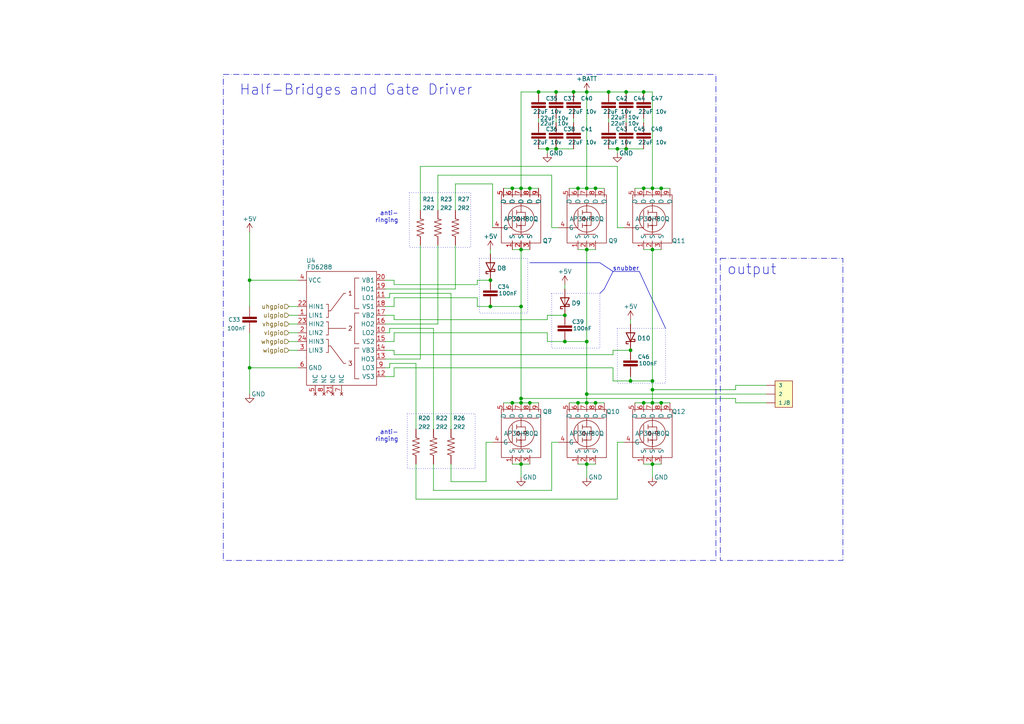
<source format=kicad_sch>
(kicad_sch (version 20231120) (generator "eeschema") (generator_version "8.0")
  (paper "A4")
  (lib_symbols
    (symbol "Device:D_Schottky" (pin_numbers hide) (pin_names (offset 1.016) hide)
      (property "Reference" "D" (at 0 2.54 0))
      (property "Value" "D_Schottky" (at 0 -2.54 0))
      (symbol "D_Schottky_0_1"
        (polyline (pts (xy 1.27 0) (xy -1.27 0)))
        (polyline (pts (xy 1.27 1.27) (xy 1.27 -1.27) (xy -1.27 0) (xy 1.27 1.27)) (stroke (width 0.254)))
        (polyline (pts (xy -1.905 0.635) (xy -1.905 1.27) (xy -1.27 1.27) (xy -1.27 -1.27) (xy -0.635 -1.27) (xy -0.635 -0.635)) (stroke (width 0.254)))
      )
      (symbol "D_Schottky_1_1"
        (pin passive line (at -3.81 0 0) (length 2.54) (name "K") (number "1"))
        (pin passive line (at 3.81 0 180) (length 2.54) (name "A") (number "2"))
      )
    )
    (symbol "motorgo_components:AP30H80Q"
      (property "Reference" "Q" (at -8.255 8.255 0))
      (symbol "AP30H80Q_0_1"
        (polyline (pts (xy -5.08 4.445) (xy 5.08 4.445)))
        (polyline (pts (xy -2.54 -4.445) (xy 2.54 -4.445)))
        (polyline (pts (xy -1.27 -1.27) (xy -1.27 -2.54)))
        (polyline (pts (xy -1.27 0.635) (xy -1.27 -0.635)))
        (polyline (pts (xy -1.27 2.54) (xy -1.27 1.27)))
        (polyline (pts (xy 0 -1.905) (xy 0 -4.445)))
        (polyline (pts (xy 0 1.905) (xy 0 4.445)))
        (polyline (pts (xy 0.635 0.635) (xy 1.905 0.635)))
        (polyline (pts (xy -0.635 0) (xy 0 0) (xy 0 -3.175)))
        (polyline (pts (xy 1.27 0.635) (xy 1.27 1.905) (xy 0 1.905)))
        (polyline (pts (xy -0.635 0.635) (xy -1.27 0) (xy -0.635 -0.635) (xy -0.635 0.635)))
        (polyline (pts (xy -5.715 -2.54) (xy -5.715 -2.54) (xy -5.715 -2.54) (xy -2.54 -2.54) (xy -2.54 2.54)))
        (polyline (pts (xy -0.635 -1.905) (xy 1.27 -1.905) (xy 1.27 0) (xy 0.635 0) (xy 1.27 0.635) (xy 1.905 0) (xy 1.27 0)))
        (circle (center 0 0) (radius 3.81))
      )
      (symbol "AP30H80Q_1_1"
        (rectangle (start -5.715 6.985) (end 5.715 -6.985))
        (polyline (pts (xy -1.27 -1.905) (xy 0 -1.905)))
        (polyline (pts (xy -1.27 1.905) (xy 0 1.905)))
        (pin input line (at -2.54 -8.89 90) (length 2.54) (name "S") (number "1"))
        (pin input line (at 0 -8.89 90) (length 2.54) (name "S") (number "2"))
        (pin input line (at 2.54 -8.89 90) (length 2.54) (name "S") (number "3"))
        (pin input line (at -8.255 -2.54 0) (length 2.54) (name "G") (number "4"))
        (pin input line (at -5.08 8.89 270) (length 2.54) (name "D") (number "5"))
        (pin input line (at -2.54 8.89 270) (length 2.54) (name "D") (number "6"))
        (pin input line (at 0 8.89 270) (length 2.54) (name "D") (number "7"))
        (pin input line (at 2.54 8.89 270) (length 2.54) (name "D") (number "8"))
        (pin input line (at 5.08 8.89 270) (length 2.54) (name "D") (number "9"))
      )
    )
    (symbol "motorgo_components:FD6288Q"
      (property "Reference" "U" (at -8.89 17.78 0))
      (symbol "FD6288Q_0_1"
        (rectangle (start -10.16 16.51) (end 10.16 -16.51))
        (polyline (pts (xy 5.08 -14.605) (xy 3.81 -14.605) (xy 3.81 -5.715) (xy 5.08 -5.715)))
        (polyline (pts (xy 5.08 -4.445) (xy 3.81 -4.445) (xy 3.81 4.445) (xy 5.08 4.445)))
        (polyline (pts (xy 5.08 5.715) (xy 3.81 5.715) (xy 3.81 14.605) (xy 5.08 14.605)))
      )
      (symbol "FD6288Q_1_1"
        (polyline (pts (xy -3.81 0) (xy 1.27 0)))
        (polyline (pts (xy -4.445 -6.985) (xy -3.81 -6.985) (xy -3.81 -3.175) (xy -4.445 -3.175)))
        (polyline (pts (xy -4.445 -1.905) (xy -3.81 -1.905) (xy -3.81 1.905) (xy -4.445 1.905)))
        (polyline (pts (xy -4.445 3.175) (xy -3.81 3.175) (xy -3.81 6.985) (xy -4.445 6.985)))
        (polyline (pts (xy -3.81 -5.08) (xy -3.175 -5.08) (xy 0.635 -10.16) (xy 1.27 -10.16)))
        (polyline (pts (xy -3.81 5.08) (xy -3.175 5.08) (xy 0.635 10.16) (xy 1.27 10.16)))
        (text "1" (at 2.54 10.16 0) (effects (font (size 1.27 1.27))))
        (text "2" (at 2.54 0 0) (effects (font (size 1.27 1.27))))
        (text "3" (at 2.54 -10.16 0) (effects (font (size 1.27 1.27))))
        (pin input line (at -12.7 3.81 0) (length 2.54) (name "LIN1") (number "1"))
        (pin output line (at 12.7 -1.27 180) (length 2.54) (name "LO2") (number "10"))
        (pin output line (at 12.7 8.89 180) (length 2.54) (name "LO1") (number "11"))
        (pin input line (at 12.7 -13.97 180) (length 2.54) (name "VS3") (number "12"))
        (pin output line (at 12.7 -8.89 180) (length 2.54) (name "HO3") (number "13"))
        (pin input line (at 12.7 -6.35 180) (length 2.54) (name "VB3") (number "14"))
        (pin input line (at 12.7 -3.81 180) (length 2.54) (name "VS2") (number "15"))
        (pin output line (at 12.7 1.27 180) (length 2.54) (name "HO2") (number "16"))
        (pin input line (at 12.7 3.81 180) (length 2.54) (name "VB2") (number "17"))
        (pin input line (at 12.7 6.35 180) (length 2.54) (name "VS1") (number "18"))
        (pin output line (at 12.7 11.43 180) (length 2.54) (name "HO1") (number "19"))
        (pin input line (at -12.7 -1.27 0) (length 2.54) (name "LIN2") (number "2"))
        (pin input line (at 12.7 13.97 180) (length 2.54) (name "VB1") (number "20"))
        (pin no_connect line (at -2.54 -19.05 90) (length 2.54) (name "NC") (number "21"))
        (pin input line (at -12.7 6.35 0) (length 2.54) (name "HIN1") (number "22"))
        (pin input line (at -12.7 1.27 0) (length 2.54) (name "HIN2") (number "23"))
        (pin input line (at -12.7 -3.81 0) (length 2.54) (name "HIN3") (number "24"))
        (pin input line (at -12.7 -6.35 0) (length 2.54) (name "LIN3") (number "3"))
        (pin power_in line (at -12.7 13.97 0) (length 2.54) (name "VCC") (number "4"))
        (pin no_connect line (at -7.62 -19.05 90) (length 2.54) (name "NC") (number "5"))
        (pin power_in line (at -12.7 -11.43 0) (length 2.54) (name "GND") (number "6"))
        (pin no_connect line (at 0 -19.05 90) (length 2.54) (name "NC") (number "7"))
        (pin no_connect line (at -5.08 -19.05 90) (length 2.54) (name "NC") (number "8"))
        (pin output line (at 12.7 -11.43 180) (length 2.54) (name "LO3") (number "9"))
      )
    )
    (symbol "power:+5V" (power) (pin_names (offset 0))
      (property "Value" "+5V" (at 0 3.556 0))
      (symbol "+5V_0_1"
        (polyline (pts (xy -0.762 1.27) (xy 0 2.54)))
        (polyline (pts (xy 0 0) (xy 0 2.54)))
        (polyline (pts (xy 0 2.54) (xy 0.762 1.27)))
      )
      (symbol "+5V_1_1"
        (pin power_in line (at 0 0 90) (length 0) hide (name "+5V") (number "1"))
      )
    )
    (symbol "power:+BATT" (power) (pin_names (offset 0))
      (property "Value" "+BATT" (at 0 3.556 0))
      (symbol "+BATT_0_1"
        (polyline (pts (xy -0.762 1.27) (xy 0 2.54)))
        (polyline (pts (xy 0 0) (xy 0 2.54)))
        (polyline (pts (xy 0 2.54) (xy 0.762 1.27)))
      )
      (symbol "+BATT_1_1"
        (pin power_in line (at 0 0 90) (length 0) hide (name "+BATT") (number "1"))
      )
    )
    (symbol "power:GND" (power) (pin_names (offset 0))
      (property "Value" "GND" (at 0 -3.81 0))
      (symbol "GND_0_1"
        (polyline (pts (xy 0 0) (xy 0 -1.27) (xy 1.27 -1.27) (xy 0 -2.54) (xy -1.27 -1.27) (xy 0 -1.27)))
      )
      (symbol "GND_1_1"
        (pin power_in line (at 0 0 270) (length 0) hide (name "GND") (number "1"))
      )
    )
    (symbol "sparkfun_capacitors:0.1UF-0402-16V-10%" (pin_numbers hide) (pin_names (offset 1.016) hide)
      (property "Reference" "C" (at 1.524 2.921 0))
      (property "Value" "0.1UF-0402-16V-10%" (at 1.524 -2.159 0))
      (property "Field4" "CAP-12416" (at 0 7.62 0))
      (symbol "0.1UF-0402-16V-10%_1_0"
        (polyline (pts (xy 0 0) (xy 0 0.508)))
        (polyline (pts (xy 0 2.54) (xy 0 2.032)))
      )
      (symbol "0.1UF-0402-16V-10%_1_1"
        (rectangle (start -2.032 0.508) (end 2.032 1.016) (fill (type outline)))
        (rectangle (start -2.032 1.524) (end 2.032 2.032) (fill (type outline)))
        (pin passive line (at 0 5.08 270) (length 2.54) (name "1") (number "1"))
        (pin passive line (at 0 -2.54 90) (length 2.54) (name "2") (number "2"))
      )
    )
    (symbol "sparkfun_connectors:CONN_03POLAR_LOCK" (pin_numbers hide) (pin_names (offset 1.016))
      (property "Reference" "J" (at -5.08 7.62 0))
      (property "Value" "CONN_03POLAR_LOCK" (at -5.08 -3.81 0))
      (property "Field4" "CONN-08625" (at 0 11.43 0))
      (symbol "CONN_03POLAR_LOCK_0_1"
        (rectangle (start -5.08 6.35) (end 0 -1.27) (fill (type background)))
      )
      (symbol "CONN_03POLAR_LOCK_1_1"
        (pin passive line (at 2.54 0 180) (length 2.54) (name "1") (number "1"))
        (pin passive line (at 2.54 2.54 180) (length 2.54) (name "2") (number "2"))
        (pin passive line (at 2.54 5.08 180) (length 2.54) (name "3") (number "3"))
      )
    )
    (symbol "sparkfun_resistors:RESISTOR0603" (pin_numbers hide) (pin_names (offset 1.016) hide)
      (property "Reference" "R" (at -5.08 1.27 0))
      (property "Value" "RESISTOR0603" (at -5.08 -3.81 0))
      (property "Field4" " " (at 0 5.08 0))
      (symbol "RESISTOR0603_1_0"
        (polyline (pts (xy -2.54 0) (xy -2.159 1.016)))
        (polyline (pts (xy -2.159 1.016) (xy -1.524 -1.016)))
        (polyline (pts (xy -1.524 -1.016) (xy -0.889 1.016)))
        (polyline (pts (xy -0.889 1.016) (xy -0.254 -1.016)))
        (polyline (pts (xy -0.254 -1.016) (xy 0.381 1.016)))
        (polyline (pts (xy 0.381 1.016) (xy 1.016 -1.016)))
        (polyline (pts (xy 1.016 -1.016) (xy 1.651 1.016)))
        (polyline (pts (xy 1.651 1.016) (xy 2.286 -1.016)))
        (polyline (pts (xy 2.286 -1.016) (xy 2.54 0)))
      )
      (symbol "RESISTOR0603_1_1"
        (pin passive line (at -5.08 0 0) (length 2.54) (name "1") (number "1"))
        (pin passive line (at 5.08 0 180) (length 2.54) (name "2") (number "2"))
      )
    )
  )
  (junction (at 72.39 81.28))
  (junction (at 163.83 91.44))
  (junction (at 186.69 116.84))
  (junction (at 166.37 26.67))
  (junction (at 156.21 26.67))
  (junction (at 151.13 54.61))
  (junction (at 189.23 134.62))
  (junction (at 151.13 88.9))
  (junction (at 167.64 54.61))
  (junction (at 172.72 116.84))
  (junction (at 186.69 26.67))
  (junction (at 172.72 54.61))
  (junction (at 182.88 101.6))
  (junction (at 186.69 54.61))
  (junction (at 72.39 106.68))
  (junction (at 189.23 116.84))
  (junction (at 163.83 99.06))
  (junction (at 158.75 43.18))
  (junction (at 153.67 54.61))
  (junction (at 176.53 26.67))
  (junction (at 170.18 54.61))
  (junction (at 170.18 72.39))
  (junction (at 167.64 116.84))
  (junction (at 181.61 43.18))
  (junction (at 151.13 72.39))
  (junction (at 170.18 26.67))
  (junction (at 170.18 99.06))
  (junction (at 170.18 114.3))
  (junction (at 189.23 72.39))
  (junction (at 181.61 26.67))
  (junction (at 189.23 110.49))
  (junction (at 170.18 134.62))
  (junction (at 182.88 110.49))
  (junction (at 153.67 116.84))
  (junction (at 189.23 54.61))
  (junction (at 161.29 43.18))
  (junction (at 191.77 116.84))
  (junction (at 191.77 54.61))
  (junction (at 148.59 116.84))
  (junction (at 151.13 134.62))
  (junction (at 142.24 81.28))
  (junction (at 179.07 43.18))
  (junction (at 189.23 113.03))
  (junction (at 151.13 116.84))
  (junction (at 148.59 54.61))
  (junction (at 142.24 88.9))
  (junction (at 161.29 26.67))
  (junction (at 170.18 116.84))
  (junction (at 151.13 115.57))
  (wire (pts (xy 114.3 82.55) (xy 114.3 81.28)))
  (wire (pts (xy 113.03 96.52) (xy 111.76 96.52)))
  (wire (pts (xy 132.08 53.34) (xy 142.875 53.34)))
  (wire (pts (xy 170.18 99.06) (xy 170.18 114.3)))
  (wire (pts (xy 167.64 134.62) (xy 170.18 134.62)))
  (wire (pts (xy 83.82 99.06) (xy 86.36 99.06)))
  (polyline (pts (xy 153.67 76.2) (xy 173.99 76.2)))
  (wire (pts (xy 114.3 109.22) (xy 114.3 106.68)))
  (wire (pts (xy 170.18 54.61) (xy 172.72 54.61)))
  (wire (pts (xy 121.92 60.96) (xy 121.92 48.26)))
  (wire (pts (xy 176.53 26.67) (xy 181.61 26.67)))
  (wire (pts (xy 191.77 116.84) (xy 194.31 116.84)))
  (wire (pts (xy 114.3 106.68) (xy 177.8 106.68)))
  (wire (pts (xy 213.36 111.76) (xy 222.25 111.76)))
  (wire (pts (xy 132.08 53.34) (xy 132.08 60.96)))
  (wire (pts (xy 179.07 144.78) (xy 120.65 144.78)))
  (wire (pts (xy 189.23 116.84) (xy 191.77 116.84)))
  (wire (pts (xy 170.18 114.3) (xy 170.18 116.84)))
  (wire (pts (xy 170.18 116.84) (xy 172.72 116.84)))
  (wire (pts (xy 189.23 113.03) (xy 213.36 113.03)))
  (wire (pts (xy 158.75 43.18) (xy 161.29 43.18)))
  (wire (pts (xy 153.67 54.61) (xy 156.21 54.61)))
  (wire (pts (xy 125.73 142.24) (xy 160.02 142.24)))
  (wire (pts (xy 113.03 95.25) (xy 125.73 95.25)))
  (wire (pts (xy 160.02 50.8) (xy 127 50.8)))
  (wire (pts (xy 181.61 34.29) (xy 181.61 35.56)))
  (wire (pts (xy 170.18 72.39) (xy 172.72 72.39)))
  (wire (pts (xy 72.39 96.52) (xy 72.39 106.68)))
  (wire (pts (xy 111.76 93.98) (xy 127 93.98)))
  (wire (pts (xy 166.37 26.67) (xy 170.18 26.67)))
  (wire (pts (xy 186.69 54.61) (xy 189.23 54.61)))
  (wire (pts (xy 158.75 92.71) (xy 158.75 91.44)))
  (wire (pts (xy 179.07 43.18) (xy 179.07 44.45)))
  (wire (pts (xy 83.82 91.44) (xy 86.36 91.44)))
  (wire (pts (xy 167.64 116.84) (xy 170.18 116.84)))
  (wire (pts (xy 114.3 82.55) (xy 138.43 82.55)))
  (wire (pts (xy 114.3 86.36) (xy 138.43 86.36)))
  (wire (pts (xy 130.81 139.7) (xy 130.81 134.62)))
  (wire (pts (xy 158.75 91.44) (xy 163.83 91.44)))
  (wire (pts (xy 113.03 86.36) (xy 111.76 86.36)))
  (wire (pts (xy 177.8 110.49) (xy 182.88 110.49)))
  (wire (pts (xy 186.69 116.84) (xy 189.23 116.84)))
  (wire (pts (xy 148.59 54.61) (xy 151.13 54.61)))
  (wire (pts (xy 182.88 110.49) (xy 189.23 110.49)))
  (wire (pts (xy 151.13 26.67) (xy 151.13 54.61)))
  (wire (pts (xy 111.76 83.82) (xy 132.08 83.82)))
  (wire (pts (xy 156.21 34.29) (xy 156.21 35.56)))
  (wire (pts (xy 179.07 48.26) (xy 179.07 66.04)))
  (wire (pts (xy 146.05 116.84) (xy 148.59 116.84)))
  (wire (pts (xy 151.13 26.67) (xy 156.21 26.67)))
  (wire (pts (xy 158.75 96.52) (xy 158.75 99.06)))
  (wire (pts (xy 151.13 116.84) (xy 153.67 116.84)))
  (wire (pts (xy 158.75 99.06) (xy 163.83 99.06)))
  (polyline (pts (xy 185.42 78.74) (xy 177.8 78.74)))
  (wire (pts (xy 186.69 72.39) (xy 189.23 72.39)))
  (wire (pts (xy 83.82 88.9) (xy 86.36 88.9)))
  (wire (pts (xy 114.3 81.28) (xy 111.76 81.28)))
  (wire (pts (xy 161.29 26.67) (xy 166.37 26.67)))
  (wire (pts (xy 163.83 82.55) (xy 163.83 83.82)))
  (wire (pts (xy 189.23 72.39) (xy 189.23 110.49)))
  (wire (pts (xy 213.36 116.84) (xy 213.36 115.57)))
  (wire (pts (xy 140.97 139.7) (xy 130.81 139.7)))
  (wire (pts (xy 153.67 116.84) (xy 156.21 116.84)))
  (wire (pts (xy 160.02 66.04) (xy 161.925 66.04)))
  (wire (pts (xy 177.8 102.87) (xy 177.8 101.6)))
  (wire (pts (xy 132.08 71.12) (xy 132.08 83.82)))
  (wire (pts (xy 148.59 72.39) (xy 151.13 72.39)))
  (wire (pts (xy 138.43 81.28) (xy 142.24 81.28)))
  (wire (pts (xy 86.36 81.28) (xy 72.39 81.28)))
  (wire (pts (xy 160.02 128.27) (xy 161.925 128.27)))
  (wire (pts (xy 161.29 34.29) (xy 161.29 35.56)))
  (wire (pts (xy 72.39 106.68) (xy 72.39 114.3)))
  (wire (pts (xy 83.82 96.52) (xy 86.36 96.52)))
  (wire (pts (xy 111.76 109.22) (xy 114.3 109.22)))
  (wire (pts (xy 160.02 128.27) (xy 160.02 142.24)))
  (wire (pts (xy 161.29 26.67) (xy 156.21 26.67)))
  (polyline (pts (xy 175.26 83.82) (xy 173.99 85.09)))
  (wire (pts (xy 151.13 134.62) (xy 153.67 134.62)))
  (wire (pts (xy 151.13 88.9) (xy 151.13 115.57)))
  (wire (pts (xy 121.92 104.14) (xy 121.92 71.12)))
  (wire (pts (xy 158.75 43.18) (xy 158.75 44.45)))
  (wire (pts (xy 189.23 134.62) (xy 189.23 138.43)))
  (wire (pts (xy 213.36 113.03) (xy 213.36 111.76)))
  (wire (pts (xy 191.77 54.61) (xy 194.31 54.61)))
  (wire (pts (xy 151.13 134.62) (xy 151.13 138.43)))
  (wire (pts (xy 114.3 88.9) (xy 111.76 88.9)))
  (wire (pts (xy 179.07 66.04) (xy 180.975 66.04)))
  (wire (pts (xy 142.24 72.39) (xy 142.24 73.66)))
  (wire (pts (xy 166.37 34.29) (xy 166.37 35.56)))
  (wire (pts (xy 140.97 128.27) (xy 142.875 128.27)))
  (wire (pts (xy 72.39 106.68) (xy 86.36 106.68)))
  (wire (pts (xy 127 50.8) (xy 127 60.96)))
  (wire (pts (xy 189.23 113.03) (xy 189.23 116.84)))
  (wire (pts (xy 172.72 116.84) (xy 175.26 116.84)))
  (wire (pts (xy 165.1 116.84) (xy 167.64 116.84)))
  (wire (pts (xy 182.88 109.22) (xy 182.88 110.49)))
  (wire (pts (xy 189.23 134.62) (xy 191.77 134.62)))
  (wire (pts (xy 179.07 128.27) (xy 179.07 144.78)))
  (wire (pts (xy 170.18 26.67) (xy 176.53 26.67)))
  (wire (pts (xy 114.3 92.71) (xy 158.75 92.71)))
  (wire (pts (xy 186.69 34.29) (xy 186.69 35.56)))
  (wire (pts (xy 160.02 50.8) (xy 160.02 66.04)))
  (wire (pts (xy 181.61 26.67) (xy 186.69 26.67)))
  (wire (pts (xy 72.39 81.28) (xy 72.39 67.31)))
  (wire (pts (xy 189.23 110.49) (xy 189.23 113.03)))
  (wire (pts (xy 181.61 43.18) (xy 186.69 43.18)))
  (wire (pts (xy 111.76 99.06) (xy 114.3 99.06)))
  (wire (pts (xy 189.23 26.67) (xy 186.69 26.67)))
  (wire (pts (xy 179.07 128.27) (xy 180.975 128.27)))
  (wire (pts (xy 184.15 116.84) (xy 186.69 116.84)))
  (wire (pts (xy 130.81 124.46) (xy 130.81 85.09)))
  (wire (pts (xy 111.76 101.6) (xy 114.3 101.6)))
  (wire (pts (xy 113.03 105.41) (xy 113.03 106.68)))
  (wire (pts (xy 151.13 115.57) (xy 213.36 115.57)))
  (wire (pts (xy 176.53 34.29) (xy 176.53 35.56)))
  (wire (pts (xy 138.43 88.9) (xy 142.24 88.9)))
  (wire (pts (xy 170.18 72.39) (xy 170.18 99.06)))
  (wire (pts (xy 114.3 86.36) (xy 114.3 88.9)))
  (wire (pts (xy 83.82 93.98) (xy 86.36 93.98)))
  (polyline (pts (xy 173.99 76.2) (xy 177.8 78.74)))
  (wire (pts (xy 163.83 99.06) (xy 170.18 99.06)))
  (wire (pts (xy 120.65 105.41) (xy 113.03 105.41)))
  (wire (pts (xy 114.3 96.52) (xy 158.75 96.52)))
  (wire (pts (xy 111.76 104.14) (xy 121.92 104.14)))
  (wire (pts (xy 120.65 124.46) (xy 120.65 105.41)))
  (wire (pts (xy 148.59 134.62) (xy 151.13 134.62)))
  (wire (pts (xy 151.13 72.39) (xy 153.67 72.39)))
  (wire (pts (xy 130.81 85.09) (xy 113.03 85.09)))
  (wire (pts (xy 111.76 91.44) (xy 114.3 91.44)))
  (wire (pts (xy 111.76 106.68) (xy 113.03 106.68)))
  (wire (pts (xy 114.3 101.6) (xy 114.3 102.87)))
  (wire (pts (xy 167.64 54.61) (xy 170.18 54.61)))
  (wire (pts (xy 167.64 72.39) (xy 170.18 72.39)))
  (wire (pts (xy 189.23 54.61) (xy 191.77 54.61)))
  (wire (pts (xy 140.97 128.27) (xy 140.97 139.7)))
  (wire (pts (xy 186.69 134.62) (xy 189.23 134.62)))
  (wire (pts (xy 184.15 54.61) (xy 186.69 54.61)))
  (wire (pts (xy 176.53 43.18) (xy 179.07 43.18)))
  (wire (pts (xy 120.65 144.78) (xy 120.65 134.62)))
  (wire (pts (xy 113.03 95.25) (xy 113.03 96.52)))
  (wire (pts (xy 114.3 91.44) (xy 114.3 92.71)))
  (wire (pts (xy 125.73 95.25) (xy 125.73 124.46)))
  (wire (pts (xy 182.88 92.71) (xy 182.88 93.98)))
  (wire (pts (xy 151.13 115.57) (xy 151.13 116.84)))
  (polyline (pts (xy 175.26 83.82) (xy 177.8 78.74)))
  (wire (pts (xy 146.05 54.61) (xy 148.59 54.61)))
  (wire (pts (xy 148.59 116.84) (xy 151.13 116.84)))
  (wire (pts (xy 114.3 102.87) (xy 177.8 102.87)))
  (wire (pts (xy 165.1 54.61) (xy 167.64 54.61)))
  (wire (pts (xy 177.8 101.6) (xy 182.88 101.6)))
  (wire (pts (xy 170.18 26.67) (xy 170.18 54.61)))
  (wire (pts (xy 170.18 114.3) (xy 222.25 114.3)))
  (wire (pts (xy 83.82 101.6) (xy 86.36 101.6)))
  (wire (pts (xy 161.29 43.18) (xy 166.37 43.18)))
  (wire (pts (xy 156.21 43.18) (xy 158.75 43.18)))
  (wire (pts (xy 125.73 134.62) (xy 125.73 142.24)))
  (polyline (pts (xy 193.04 95.25) (xy 185.42 78.74)))
  (wire (pts (xy 189.23 26.67) (xy 189.23 54.61)))
  (wire (pts (xy 170.18 134.62) (xy 172.72 134.62)))
  (wire (pts (xy 114.3 99.06) (xy 114.3 96.52)))
  (wire (pts (xy 189.23 72.39) (xy 191.77 72.39)))
  (wire (pts (xy 138.43 82.55) (xy 138.43 81.28)))
  (wire (pts (xy 151.13 54.61) (xy 153.67 54.61)))
  (wire (pts (xy 179.07 43.18) (xy 181.61 43.18)))
  (wire (pts (xy 72.39 81.28) (xy 72.39 88.9)))
  (wire (pts (xy 213.36 116.84) (xy 222.25 116.84)))
  (wire (pts (xy 113.03 85.09) (xy 113.03 86.36)))
  (wire (pts (xy 142.875 53.34) (xy 142.875 66.04)))
  (wire (pts (xy 177.8 106.68) (xy 177.8 110.49)))
  (wire (pts (xy 121.92 48.26) (xy 179.07 48.26)))
  (wire (pts (xy 151.13 72.39) (xy 151.13 88.9)))
  (wire (pts (xy 172.72 54.61) (xy 175.26 54.61)))
  (wire (pts (xy 170.18 134.62) (xy 170.18 138.43)))
  (wire (pts (xy 138.43 86.36) (xy 138.43 88.9)))
  (wire (pts (xy 127 71.12) (xy 127 93.98)))
  (wire (pts (xy 142.24 88.9) (xy 151.13 88.9)))
  (rectangle (start 208.915 74.93) (end 244.475 162.56) (stroke (width 0) (type dash_dot)))
  (rectangle (start 118.745 55.88) (end 136.525 71.755) (stroke (width 0) (type dot)))
  (rectangle (start 160.02 85.09) (end 173.99 100.965) (stroke (width 0) (type dot)))
  (rectangle (start 64.77 21.59) (end 207.645 162.56) (stroke (width 0) (type dash_dot)))
  (rectangle (start 139.065 74.93) (end 153.035 90.805) (stroke (width 0) (type dot)))
  (rectangle (start 179.07 95.25) (end 193.04 111.125) (stroke (width 0) (type dot)))
  (rectangle (start 118.11 120.015) (end 137.795 135.89) (stroke (width 0) (type dot)))
  (text "output" (at 210.82 80.01 0) (effects (font (size 3 3)) (justify left bottom)))
  (text "anti-\nringing" (at 115.57 128.27 0) (effects (font (size 1.27 1.27)) (justify right bottom)))
  (text "Half-Bridges and Gate Driver\n" (at 137.16 27.94 0) (effects (font (size 3 3)) (justify right bottom)))
  (text "anti-\nringing" (at 115.57 64.77 0) (effects (font (size 1.27 1.27)) (justify right bottom)))
  (text "snubber\n" (at 185.42 78.74 0) (effects (font (size 1.27 1.27)) (justify right bottom)))
  (hierarchical_label "ulgpio" (shape input) (at 83.82 91.44 180))
  (hierarchical_label "vhgpio" (shape input) (at 83.82 93.98 180))
  (hierarchical_label "uhgpio" (shape input) (at 83.82 88.9 180))
  (hierarchical_label "vlgpio" (shape input) (at 83.82 96.52 180))
  (hierarchical_label "wlgpio" (shape input) (at 83.82 101.6 180))
  (hierarchical_label "whgpio" (shape input) (at 83.82 99.06 180))
  (symbol (lib_id "sparkfun_connectors:CONN_03POLAR_LOCK") (at 224.79 116.84 0) (mirror y) (unit 1)
    (property "Reference" "J8" (at 227.0731 116.814 0) (effects (font (size 1.143 1.143)) (justify right)))
    (property "Value" "DNP" (effects (hide yes)))
    (property "Footprint" "alex_awesome_lib:3 phase motor" (effects (hide yes)))
    (property "Field4" "CONN-08625" (effects (hide yes)))
    (property "LCSC_Part_Number" "-" (effects (hide yes)))
    (instances (project "motorgo_core" (path "" (reference "J8") (unit 1)) (path "" (reference "J6") (unit 1))))
  )
  (symbol (lib_id "motorgo_components:AP30H80Q") (at 170.18 125.73 0) (unit 1)
    (property "Reference" "Q10" (at 177.8 119.38 0))
    (property "Value" "AP30H80Q" (at 170.18 125.73 0))
    (property "Footprint" "easyeda:AP30H80Q_DFN-8" (effects (hide yes)))
    (property "Datasheet" "https://datasheet.lcsc.com/lcsc/2105241819_ALLPOWER-ShenZhen-Quan-Li-Semiconductor-AP30H80Q_C2828592.pdf" (effects (hide yes)))
    (property "LCSC_Part_Number" "C2828592" (effects (hide yes)))
    (instances (project "motorgo_core" (path "" (reference "Q10") (unit 1)) (path "" (reference "Q4") (unit 1))))
  )
  (symbol (lib_id "sparkfun_resistors:RESISTOR0603") (at 130.81 129.54 90) (unit 1)
    (property "Reference" "R26" (at 131.445 121.285 90) (effects (font (size 1.143 1.143)) (justify right)))
    (property "Value" "2R2" (at 131.445 123.825 90) (effects (font (size 1.143 1.143)) (justify right)))
    (property "Footprint" "Resistor_SMD:R_0402_1005Metric" (effects (hide yes)))
    (property "Field4" " " (at 133.35 132.715 90) (effects (font (size 1.524 1.524)) (justify right)))
    (property "LCSC_Part_Number" "C25158" (effects (hide yes)))
    (instances (project "motorgo_core" (path "" (reference "R26") (unit 1)) (path "" (reference "R14") (unit 1))))
  )
  (symbol (lib_id "sparkfun_capacitors:0.1UF-0402-16V-10%") (at 186.69 29.21 180) (unit 1)
    (property "Reference" "C47" (at 190.5 28.575 0) (effects (font (size 1.143 1.143))))
    (property "Value" "22uF 10v" (at 189.23 32.385 0) (effects (font (size 1.143 1.143))))
    (property "Footprint" "Capacitor_SMD:C_0402_1005Metric" (effects (hide yes)))
    (property "Datasheet" "https://datasheet.lcsc.com/lcsc/2308111745_Murata-Electronics-GRM158R61A226ME15D_C3845593.pdf" (effects (hide yes)))
    (property "Field4" "CAP-12416" (effects (hide yes)))
    (property "LCSC_Part_Number" "C3845593" (effects (hide yes)))
    (instances (project "motorgo_core" (path "" (reference "C47") (unit 1)) (path "" (reference "C27") (unit 1))))
  )
  (symbol (lib_id "power:GND") (at 151.13 138.43 0) (unit 1)
    (property "Reference" "#PWR044" (effects (hide yes)))
    (property "Value" "GND" (at 153.67 138.43 0))
    (instances (project "motorgo_core" (path "" (reference "#PWR044") (unit 1)) (path "" (reference "#PWR032") (unit 1))))
  )
  (symbol (lib_id "motorgo_components:AP30H80Q") (at 189.23 63.5 0) (unit 1)
    (property "Reference" "Q11" (at 196.85 69.85 0))
    (property "Value" "AP30H80Q" (at 189.23 63.5 0))
    (property "Footprint" "easyeda:AP30H80Q_DFN-8" (effects (hide yes)))
    (property "Datasheet" "https://datasheet.lcsc.com/lcsc/2105241819_ALLPOWER-ShenZhen-Quan-Li-Semiconductor-AP30H80Q_C2828592.pdf" (effects (hide yes)))
    (property "LCSC_Part_Number" "C2828592" (effects (hide yes)))
    (instances (project "motorgo_core" (path "" (reference "Q11") (unit 1)) (path "" (reference "Q5") (unit 1))))
  )
  (symbol (lib_id "motorgo_components:FD6288Q") (at 99.06 95.25 0) (unit 1)
    (property "Reference" "U4" (at 90.17 75.565 0))
    (property "Value" "FD6288" (at 92.71 77.47 0))
    (property "Footprint" "easyeda:FD6288Q_QFN-24" (effects (hide yes)))
    (property "Datasheet" "https://datasheet.lcsc.com/lcsc/1811131655_Fortior-Tech-FD6288Q_C328453.pdf" (effects (hide yes)))
    (property "LCSC_Part_Number" "C328453" (effects (hide yes)))
    (instances (project "motorgo_core" (path "" (reference "U4") (unit 1)) (path "" (reference "U3") (unit 1))))
  )
  (symbol (lib_id "motorgo_components:AP30H80Q") (at 189.23 125.73 0) (unit 1)
    (property "Reference" "Q12" (at 196.85 119.38 0))
    (property "Value" "AP30H80Q" (at 189.23 125.73 0))
    (property "Footprint" "easyeda:AP30H80Q_DFN-8" (effects (hide yes)))
    (property "Datasheet" "https://datasheet.lcsc.com/lcsc/2105241819_ALLPOWER-ShenZhen-Quan-Li-Semiconductor-AP30H80Q_C2828592.pdf" (effects (hide yes)))
    (property "LCSC_Part_Number" "C2828592" (effects (hide yes)))
    (instances (project "motorgo_core" (path "" (reference "Q12") (unit 1)) (path "" (reference "Q6") (unit 1))))
  )
  (symbol (lib_id "sparkfun_capacitors:0.1UF-0402-16V-10%") (at 176.53 29.21 180) (unit 1)
    (property "Reference" "C42" (at 180.34 28.575 0) (effects (font (size 1.143 1.143))))
    (property "Value" "22uF 10v" (at 179.07 32.385 0) (effects (font (size 1.143 1.143))))
    (property "Footprint" "Capacitor_SMD:C_0402_1005Metric" (effects (hide yes)))
    (property "Datasheet" "https://datasheet.lcsc.com/lcsc/2308111745_Murata-Electronics-GRM158R61A226ME15D_C3845593.pdf" (effects (hide yes)))
    (property "Field4" "CAP-12416" (effects (hide yes)))
    (property "LCSC_Part_Number" "C3845593" (effects (hide yes)))
    (instances (project "motorgo_core" (path "" (reference "C42") (unit 1)) (path "" (reference "C12") (unit 1))))
  )
  (symbol (lib_id "sparkfun_capacitors:0.1UF-0402-16V-10%") (at 186.69 38.1 180) (unit 1)
    (property "Reference" "C48" (at 190.5 37.465 0) (effects (font (size 1.143 1.143))))
    (property "Value" "22uF 10v" (at 189.23 41.275 0) (effects (font (size 1.143 1.143))))
    (property "Footprint" "Capacitor_SMD:C_0402_1005Metric" (effects (hide yes)))
    (property "Datasheet" "https://datasheet.lcsc.com/lcsc/2308111745_Murata-Electronics-GRM158R61A226ME15D_C3845593.pdf" (effects (hide yes)))
    (property "Field4" "CAP-12416" (effects (hide yes)))
    (property "LCSC_Part_Number" "C3845593" (effects (hide yes)))
    (instances (project "motorgo_core" (path "" (reference "C48") (unit 1)) (path "" (reference "C28") (unit 1))))
  )
  (symbol (lib_id "power:GND") (at 72.39 114.3 0) (unit 1)
    (property "Reference" "#PWR042" (effects (hide yes)))
    (property "Value" "GND" (at 74.93 114.3 0))
    (instances (project "motorgo_core" (path "" (reference "#PWR042") (unit 1)) (path "" (reference "#PWR030") (unit 1))))
  )
  (symbol (lib_id "power:GND") (at 179.07 44.45 0) (unit 1)
    (property "Reference" "#PWR050" (effects (hide yes)))
    (property "Value" "GND" (at 181.61 44.45 0))
    (instances (project "motorgo_core" (path "" (reference "#PWR050") (unit 1)) (path "" (reference "#PWR037") (unit 1))))
  )
  (symbol (lib_id "sparkfun_resistors:RESISTOR0603") (at 125.73 129.54 90) (unit 1)
    (property "Reference" "R22" (at 126.365 121.285 90) (effects (font (size 1.143 1.143)) (justify right)))
    (property "Value" "2R2" (at 126.365 123.825 90) (effects (font (size 1.143 1.143)) (justify right)))
    (property "Footprint" "Resistor_SMD:R_0402_1005Metric" (effects (hide yes)))
    (property "Field4" " " (at 128.27 132.715 90) (effects (font (size 1.524 1.524)) (justify right)))
    (property "LCSC_Part_Number" "C25158" (effects (hide yes)))
    (instances (project "motorgo_core" (path "" (reference "R22") (unit 1)) (path "" (reference "R12") (unit 1))))
  )
  (symbol (lib_id "sparkfun_capacitors:0.1UF-0402-16V-10%") (at 161.29 29.21 180) (unit 1)
    (property "Reference" "C37" (at 165.1 28.575 0) (effects (font (size 1.143 1.143))))
    (property "Value" "22uF 10v" (at 160.782 34.29 0) (effects (font (size 1.143 1.143))))
    (property "Footprint" "Capacitor_SMD:C_0402_1005Metric" (effects (hide yes)))
    (property "Datasheet" "https://datasheet.lcsc.com/lcsc/2308111745_Murata-Electronics-GRM158R61A226ME15D_C3845593.pdf" (effects (hide yes)))
    (property "Field4" "CAP-12416" (effects (hide yes)))
    (property "LCSC_Part_Number" "C3845593" (effects (hide yes)))
    (instances (project "motorgo_core" (path "" (reference "C37") (unit 1)) (path "" (reference "C7") (unit 1))))
  )
  (symbol (lib_id "sparkfun_capacitors:0.1UF-0402-16V-10%") (at 182.88 104.14 180) (unit 1)
    (property "Reference" "C46" (at 186.69 103.505 0) (effects (font (size 1.143 1.143))))
    (property "Value" "100nF" (at 187.96 105.41 0) (effects (font (size 1.143 1.143))))
    (property "Footprint" "Capacitor_SMD:C_0201_0603Metric" (effects (hide yes)))
    (property "Datasheet" "https://datasheet.lcsc.com/lcsc/2203221430_YAGEO-CC0402KRX7R7BB104_C60474.pdf" (effects (hide yes)))
    (property "Field4" "CAP-12416" (effects (hide yes)))
    (property "LCSC_Part_Number" "C60474" (effects (hide yes)))
    (property "Manufacturer_Part_Number" "CC0402KRX7R7BB104" (effects (hide yes)))
    (instances (project "motorgo_core" (path "" (reference "C46") (unit 1)) (path "" (reference "C26") (unit 1))))
  )
  (symbol (lib_id "power:GND") (at 170.18 138.43 0) (unit 1)
    (property "Reference" "#PWR049" (effects (hide yes)))
    (property "Value" "GND" (at 172.72 138.43 0))
    (instances (project "motorgo_core" (path "" (reference "#PWR049") (unit 1)) (path "" (reference "#PWR036") (unit 1))))
  )
  (symbol (lib_id "sparkfun_capacitors:0.1UF-0402-16V-10%") (at 156.21 38.1 180) (unit 1)
    (property "Reference" "C36" (at 160.02 37.465 0) (effects (font (size 1.143 1.143))))
    (property "Value" "22uF 10v" (at 158.75 41.275 0) (effects (font (size 1.143 1.143))))
    (property "Footprint" "Capacitor_SMD:C_0402_1005Metric" (effects (hide yes)))
    (property "Datasheet" "https://datasheet.lcsc.com/lcsc/2308111745_Murata-Electronics-GRM158R61A226ME15D_C3845593.pdf" (effects (hide yes)))
    (property "Field4" "CAP-12416" (effects (hide yes)))
    (property "LCSC_Part_Number" "C3845593" (effects (hide yes)))
    (instances (project "motorgo_core" (path "" (reference "C36") (unit 1)) (path "" (reference "C6") (unit 1))))
  )
  (symbol (lib_id "power:+5V") (at 182.88 92.71 0) (unit 1)
    (property "Reference" "#PWR051" (effects (hide yes)))
    (property "Value" "+5V" (at 182.88 88.9 0))
    (instances (project "motorgo_core" (path "" (reference "#PWR051") (unit 1)) (path "" (reference "#PWR039") (unit 1))))
  )
  (symbol (lib_id "power:GND") (at 158.75 44.45 0) (unit 1)
    (property "Reference" "#PWR045" (effects (hide yes)))
    (property "Value" "GND" (at 161.29 44.45 0))
    (instances (project "motorgo_core" (path "" (reference "#PWR045") (unit 1)) (path "" (reference "#PWR033") (unit 1))))
  )
  (symbol (lib_id "sparkfun_capacitors:0.1UF-0402-16V-10%") (at 72.39 93.98 0) (unit 1)
    (property "Reference" "C33" (at 67.945 92.71 0) (effects (font (size 1.143 1.143))))
    (property "Value" "100nF" (at 68.58 95.25 0) (effects (font (size 1.143 1.143))))
    (property "Footprint" "Capacitor_SMD:C_0201_0603Metric" (effects (hide yes)))
    (property "Datasheet" "https://datasheet.lcsc.com/lcsc/2203221430_YAGEO-CC0402KRX7R7BB104_C60474.pdf" (effects (hide yes)))
    (property "Field4" "CAP-12416" (effects (hide yes)))
    (property "LCSC_Part_Number" "C60474" (effects (hide yes)))
    (property "Manufacturer_Part_Number" "CC0402KRX7R7BB104" (effects (hide yes)))
    (instances (project "motorgo_core" (path "" (reference "C33") (unit 1)) (path "" (reference "C3") (unit 1))))
  )
  (symbol (lib_id "sparkfun_capacitors:0.1UF-0402-16V-10%") (at 166.37 38.1 180) (unit 1)
    (property "Reference" "C41" (at 170.18 37.465 0) (effects (font (size 1.143 1.143))))
    (property "Value" "22uF 10v" (at 168.91 41.275 0) (effects (font (size 1.143 1.143))))
    (property "Footprint" "Capacitor_SMD:C_0402_1005Metric" (effects (hide yes)))
    (property "Datasheet" "https://datasheet.lcsc.com/lcsc/2308111745_Murata-Electronics-GRM158R61A226ME15D_C3845593.pdf" (effects (hide yes)))
    (property "Field4" "CAP-12416" (effects (hide yes)))
    (property "LCSC_Part_Number" "C3845593" (effects (hide yes)))
    (instances (project "motorgo_core" (path "" (reference "C41") (unit 1)) (path "" (reference "C11") (unit 1))))
  )
  (symbol (lib_id "sparkfun_capacitors:0.1UF-0402-16V-10%") (at 161.29 38.1 180) (unit 1)
    (property "Reference" "C38" (at 165.1 37.465 0) (effects (font (size 1.143 1.143))))
    (property "Value" "22uF 10v" (at 160.782 35.814 0) (effects (font (size 1.143 1.143))))
    (property "Footprint" "Capacitor_SMD:C_0402_1005Metric" (effects (hide yes)))
    (property "Datasheet" "https://datasheet.lcsc.com/lcsc/2308111745_Murata-Electronics-GRM158R61A226ME15D_C3845593.pdf" (effects (hide yes)))
    (property "Field4" "CAP-12416" (effects (hide yes)))
    (property "LCSC_Part_Number" "C3845593" (effects (hide yes)))
    (instances (project "motorgo_core" (path "" (reference "C38") (unit 1)) (path "" (reference "C8") (unit 1))))
  )
  (symbol (lib_id "power:+5V") (at 72.39 67.31 0) (unit 1)
    (property "Reference" "#PWR041" (effects (hide yes)))
    (property "Value" "+5V" (at 72.39 63.5 0))
    (instances (project "motorgo_core" (path "" (reference "#PWR041") (unit 1)) (path "" (reference "#PWR029") (unit 1))))
  )
  (symbol (lib_id "sparkfun_capacitors:0.1UF-0402-16V-10%") (at 181.61 38.1 180) (unit 1)
    (property "Reference" "C45" (at 185.42 37.465 0) (effects (font (size 1.143 1.143))))
    (property "Value" "22uF 10v" (at 181.229 35.814 0) (effects (font (size 1.143 1.143))))
    (property "Footprint" "Capacitor_SMD:C_0402_1005Metric" (effects (hide yes)))
    (property "Datasheet" "https://datasheet.lcsc.com/lcsc/2308111745_Murata-Electronics-GRM158R61A226ME15D_C3845593.pdf" (effects (hide yes)))
    (property "Field4" "CAP-12416" (effects (hide yes)))
    (property "LCSC_Part_Number" "C3845593" (effects (hide yes)))
    (instances (project "motorgo_core" (path "" (reference "C45") (unit 1)) (path "" (reference "C21") (unit 1))))
  )
  (symbol (lib_id "motorgo_components:AP30H80Q") (at 151.13 125.73 0) (unit 1)
    (property "Reference" "Q8" (at 158.75 119.38 0))
    (property "Value" "AP30H80Q" (at 151.13 125.73 0))
    (property "Footprint" "easyeda:AP30H80Q_DFN-8" (effects (hide yes)))
    (property "Datasheet" "https://datasheet.lcsc.com/lcsc/2105241819_ALLPOWER-ShenZhen-Quan-Li-Semiconductor-AP30H80Q_C2828592.pdf" (effects (hide yes)))
    (property "LCSC_Part_Number" "C2828592" (effects (hide yes)))
    (instances (project "motorgo_core" (path "" (reference "Q8") (unit 1)) (path "" (reference "Q2") (unit 1))))
  )
  (symbol (lib_id "Device:D_Schottky") (at 163.83 87.63 90) (unit 1)
    (property "Reference" "D9" (at 165.735 87.9475 90) (effects (justify right)))
    (property "Value" "D_Schottky" (effects (hide yes)))
    (property "Footprint" "easyeda:B5819WS_SOD-323" (effects (hide yes)))
    (property "LCSC_Part_Number" "C7420331" (effects (hide yes)))
    (instances (project "motorgo_core" (path "" (reference "D9") (unit 1)) (path "" (reference "D6") (unit 1))))
  )
  (symbol (lib_id "power:+5V") (at 142.24 72.39 0) (unit 1)
    (property "Reference" "#PWR043" (effects (hide yes)))
    (property "Value" "+5V" (at 142.24 68.58 0))
    (instances (project "motorgo_core" (path "" (reference "#PWR043") (unit 1)) (path "" (reference "#PWR031") (unit 1))))
  )
  (symbol (lib_id "sparkfun_resistors:RESISTOR0603") (at 121.92 66.04 90) (unit 1)
    (property "Reference" "R21" (at 122.555 57.785 90) (effects (font (size 1.143 1.143)) (justify right)))
    (property "Value" "2R2" (at 122.555 60.325 90) (effects (font (size 1.143 1.143)) (justify right)))
    (property "Footprint" "Resistor_SMD:R_0402_1005Metric" (effects (hide yes)))
    (property "Field4" " " (at 124.46 69.215 90) (effects (font (size 1.524 1.524)) (justify right)))
    (property "LCSC_Part_Number" "C25158" (effects (hide yes)))
    (instances (project "motorgo_core" (path "" (reference "R21") (unit 1)) (path "" (reference "R11") (unit 1))))
  )
  (symbol (lib_id "motorgo_components:AP30H80Q") (at 151.13 63.5 0) (unit 1)
    (property "Reference" "Q7" (at 158.75 69.85 0))
    (property "Value" "AP30H80Q" (at 151.13 63.5 0))
    (property "Footprint" "easyeda:AP30H80Q_DFN-8" (effects (hide yes)))
    (property "Datasheet" "https://datasheet.lcsc.com/lcsc/2105241819_ALLPOWER-ShenZhen-Quan-Li-Semiconductor-AP30H80Q_C2828592.pdf" (effects (hide yes)))
    (property "LCSC_Part_Number" "C2828592" (effects (hide yes)))
    (instances (project "motorgo_core" (path "" (reference "Q7") (unit 1)) (path "" (reference "Q1") (unit 1))))
  )
  (symbol (lib_id "sparkfun_capacitors:0.1UF-0402-16V-10%") (at 181.61 29.21 180) (unit 1)
    (property "Reference" "C44" (at 185.42 28.575 0) (effects (font (size 1.143 1.143))))
    (property "Value" "22uF 10v" (at 181.229 34.036 0) (effects (font (size 1.143 1.143))))
    (property "Footprint" "Capacitor_SMD:C_0402_1005Metric" (effects (hide yes)))
    (property "Datasheet" "https://datasheet.lcsc.com/lcsc/2308111745_Murata-Electronics-GRM158R61A226ME15D_C3845593.pdf" (effects (hide yes)))
    (property "Field4" "CAP-12416" (effects (hide yes)))
    (property "LCSC_Part_Number" "C3845593" (effects (hide yes)))
    (instances (project "motorgo_core" (path "" (reference "C44") (unit 1)) (path "" (reference "C14") (unit 1))))
  )
  (symbol (lib_id "sparkfun_capacitors:0.1UF-0402-16V-10%") (at 163.83 93.98 180) (unit 1)
    (property "Reference" "C39" (at 167.64 93.345 0) (effects (font (size 1.143 1.143))))
    (property "Value" "100nF" (at 168.91 95.25 0) (effects (font (size 1.143 1.143))))
    (property "Footprint" "Capacitor_SMD:C_0201_0603Metric" (effects (hide yes)))
    (property "Datasheet" "https://datasheet.lcsc.com/lcsc/2203221430_YAGEO-CC0402KRX7R7BB104_C60474.pdf" (effects (hide yes)))
    (property "Field4" "CAP-12416" (effects (hide yes)))
    (property "LCSC_Part_Number" "C60474" (effects (hide yes)))
    (property "Manufacturer_Part_Number" "CC0402KRX7R7BB104" (effects (hide yes)))
    (instances (project "motorgo_core" (path "" (reference "C39") (unit 1)) (path "" (reference "C9") (unit 1))))
  )
  (symbol (lib_id "sparkfun_capacitors:0.1UF-0402-16V-10%") (at 166.37 29.21 180) (unit 1)
    (property "Reference" "C40" (at 170.18 28.575 0) (effects (font (size 1.143 1.143))))
    (property "Value" "22uF 10v" (at 168.91 32.385 0) (effects (font (size 1.143 1.143))))
    (property "Footprint" "Capacitor_SMD:C_0402_1005Metric" (effects (hide yes)))
    (property "Datasheet" "https://datasheet.lcsc.com/lcsc/2308111745_Murata-Electronics-GRM158R61A226ME15D_C3845593.pdf" (effects (hide yes)))
    (property "Field4" "CAP-12416" (effects (hide yes)))
    (property "LCSC_Part_Number" "C3845593" (effects (hide yes)))
    (instances (project "motorgo_core" (path "" (reference "C40") (unit 1)) (path "" (reference "C10") (unit 1))))
  )
  (symbol (lib_id "power:+5V") (at 163.83 82.55 0) (unit 1)
    (property "Reference" "#PWR046" (effects (hide yes)))
    (property "Value" "+5V" (at 163.83 78.74 0))
    (instances (project "motorgo_core" (path "" (reference "#PWR046") (unit 1)) (path "" (reference "#PWR034") (unit 1))))
  )
  (symbol (lib_id "sparkfun_resistors:RESISTOR0603") (at 127 66.04 90) (unit 1)
    (property "Reference" "R23" (at 127.635 57.785 90) (effects (font (size 1.143 1.143)) (justify right)))
    (property "Value" "2R2" (at 127.635 60.325 90) (effects (font (size 1.143 1.143)) (justify right)))
    (property "Footprint" "Resistor_SMD:R_0402_1005Metric" (effects (hide yes)))
    (property "Field4" " " (at 129.54 69.215 90) (effects (font (size 1.524 1.524)) (justify right)))
    (property "LCSC_Part_Number" "C25158" (effects (hide yes)))
    (instances (project "motorgo_core" (path "" (reference "R23") (unit 1)) (path "" (reference "R13") (unit 1))))
  )
  (symbol (lib_id "sparkfun_capacitors:0.1UF-0402-16V-10%") (at 142.24 83.82 180) (unit 1)
    (property "Reference" "C34" (at 146.05 83.185 0) (effects (font (size 1.143 1.143))))
    (property "Value" "100nF" (at 147.32 85.09 0) (effects (font (size 1.143 1.143))))
    (property "Footprint" "Capacitor_SMD:C_0201_0603Metric" (effects (hide yes)))
    (property "Datasheet" "https://datasheet.lcsc.com/lcsc/2203221430_YAGEO-CC0402KRX7R7BB104_C60474.pdf" (effects (hide yes)))
    (property "Field4" "CAP-12416" (effects (hide yes)))
    (property "LCSC_Part_Number" "C60474" (effects (hide yes)))
    (property "Manufacturer_Part_Number" "CC0402KRX7R7BB104" (effects (hide yes)))
    (instances (project "motorgo_core" (path "" (reference "C34") (unit 1)) (path "" (reference "C4") (unit 1))))
  )
  (symbol (lib_id "Device:D_Schottky") (at 142.24 77.47 90) (unit 1)
    (property "Reference" "D8" (at 144.145 77.7875 90) (effects (justify right)))
    (property "Value" "D_Schottky" (effects (hide yes)))
    (property "Footprint" "easyeda:B5819WS_SOD-323" (effects (hide yes)))
    (property "LCSC_Part_Number" "C7420331" (effects (hide yes)))
    (instances (project "motorgo_core" (path "" (reference "D8") (unit 1)) (path "" (reference "D5") (unit 1))))
  )
  (symbol (lib_id "Device:D_Schottky") (at 182.88 97.79 90) (unit 1)
    (property "Reference" "D10" (at 184.785 98.1075 90) (effects (justify right)))
    (property "Value" "D_Schottky" (effects (hide yes)))
    (property "Footprint" "easyeda:B5819WS_SOD-323" (effects (hide yes)))
    (property "LCSC_Part_Number" "C7420331" (effects (hide yes)))
    (instances (project "motorgo_core" (path "" (reference "D10") (unit 1)) (path "" (reference "D7") (unit 1))))
  )
  (symbol (lib_id "sparkfun_resistors:RESISTOR0603") (at 132.08 66.04 90) (unit 1)
    (property "Reference" "R27" (at 132.715 57.785 90) (effects (font (size 1.143 1.143)) (justify right)))
    (property "Value" "2R2" (at 132.715 60.325 90) (effects (font (size 1.143 1.143)) (justify right)))
    (property "Footprint" "Resistor_SMD:R_0402_1005Metric" (effects (hide yes)))
    (property "Field4" " " (at 134.62 69.215 90) (effects (font (size 1.524 1.524)) (justify right)))
    (property "LCSC_Part_Number" "C25158" (effects (hide yes)))
    (instances (project "motorgo_core" (path "" (reference "R27") (unit 1)) (path "" (reference "R15") (unit 1))))
  )
  (symbol (lib_id "motorgo_components:AP30H80Q") (at 170.18 63.5 0) (unit 1)
    (property "Reference" "Q9" (at 177.8 69.85 0))
    (property "Value" "AP30H80Q" (at 170.18 63.5 0))
    (property "Footprint" "easyeda:AP30H80Q_DFN-8" (effects (hide yes)))
    (property "Datasheet" "https://datasheet.lcsc.com/lcsc/2105241819_ALLPOWER-ShenZhen-Quan-Li-Semiconductor-AP30H80Q_C2828592.pdf" (effects (hide yes)))
    (property "LCSC_Part_Number" "C2828592" (effects (hide yes)))
    (instances (project "motorgo_core" (path "" (reference "Q9") (unit 1)) (path "" (reference "Q3") (unit 1))))
  )
  (symbol (lib_id "sparkfun_resistors:RESISTOR0603") (at 120.65 129.54 90) (unit 1)
    (property "Reference" "R20" (at 121.285 121.285 90) (effects (font (size 1.143 1.143)) (justify right)))
    (property "Value" "2R2" (at 121.285 123.825 90) (effects (font (size 1.143 1.143)) (justify right)))
    (property "Footprint" "Resistor_SMD:R_0402_1005Metric" (effects (hide yes)))
    (property "Field4" " " (at 123.19 132.715 90) (effects (font (size 1.524 1.524)) (justify right)))
    (property "LCSC_Part_Number" "C25158" (effects (hide yes)))
    (instances (project "motorgo_core" (path "" (reference "R20") (unit 1)) (path "" (reference "R10") (unit 1))))
  )
  (symbol (lib_id "power:+BATT") (at 170.18 26.67 0) (unit 1)
    (property "Reference" "#PWR047" (effects (hide yes)))
    (property "Value" "+BATT" (at 170.18 22.86 0))
    (instances (project "motorgo_core" (path "" (reference "#PWR047") (unit 1)) (path "" (reference "#PWR035") (unit 1))))
  )
  (symbol (lib_id "sparkfun_capacitors:0.1UF-0402-16V-10%") (at 156.21 29.21 180) (unit 1)
    (property "Reference" "C35" (at 160.02 28.575 0) (effects (font (size 1.143 1.143))))
    (property "Value" "22uF 10v" (at 158.75 32.385 0) (effects (font (size 1.143 1.143))))
    (property "Footprint" "Capacitor_SMD:C_0402_1005Metric" (effects (hide yes)))
    (property "Datasheet" "https://datasheet.lcsc.com/lcsc/2308111745_Murata-Electronics-GRM158R61A226ME15D_C3845593.pdf" (effects (hide yes)))
    (property "Field4" "CAP-12416" (effects (hide yes)))
    (property "LCSC_Part_Number" "C3845593" (effects (hide yes)))
    (instances (project "motorgo_core" (path "" (reference "C35") (unit 1)) (path "" (reference "C5") (unit 1))))
  )
  (symbol (lib_id "power:GND") (at 189.23 138.43 0) (unit 1)
    (property "Reference" "#PWR052" (effects (hide yes)))
    (property "Value" "GND" (at 191.77 138.43 0))
    (instances (project "motorgo_core" (path "" (reference "#PWR052") (unit 1)) (path "" (reference "#PWR040") (unit 1))))
  )
  (symbol (lib_id "sparkfun_capacitors:0.1UF-0402-16V-10%") (at 176.53 38.1 180) (unit 1)
    (property "Reference" "C43" (at 180.34 37.465 0) (effects (font (size 1.143 1.143))))
    (property "Value" "22uF 10v" (at 179.07 41.275 0) (effects (font (size 1.143 1.143))))
    (property "Footprint" "Capacitor_SMD:C_0402_1005Metric" (effects (hide yes)))
    (property "Datasheet" "https://datasheet.lcsc.com/lcsc/2308111745_Murata-Electronics-GRM158R61A226ME15D_C3845593.pdf" (effects (hide yes)))
    (property "Field4" "CAP-12416" (effects (hide yes)))
    (property "LCSC_Part_Number" "C3845593" (effects (hide yes)))
    (instances (project "motorgo_core" (path "" (reference "C43") (unit 1)) (path "" (reference "C13") (unit 1))))
  )
)
</source>
